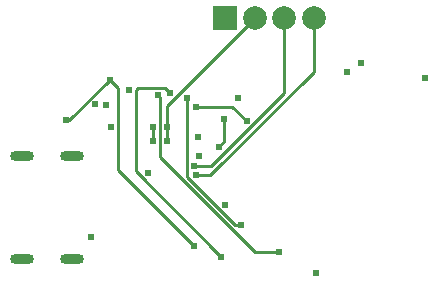
<source format=gbl>
G04 Layer: BottomLayer*
G04 EasyEDA v6.5.38, 2023-12-06 09:12:40*
G04 2fcdab7b901048e2a74d22cb32d7f605,cc522e7a65ad493f8bbdbc3af6dfe8a3,10*
G04 Gerber Generator version 0.2*
G04 Scale: 100 percent, Rotated: No, Reflected: No *
G04 Dimensions in millimeters *
G04 leading zeros omitted , absolute positions ,4 integer and 5 decimal *
%FSLAX45Y45*%
%MOMM*%

%ADD10C,0.2540*%
%ADD11C,2.0000*%
%ADD12R,2.0000X2.0000*%
%ADD13O,1.9999959999999999X0.8999982*%
%ADD14R,0.5000X0.5000*%
%ADD15C,0.6096*%
%ADD16C,0.6100*%

%LPD*%
D10*
X2580896Y4476622D02*
G01*
X2627632Y4523359D01*
X2627632Y4709693D01*
X2884909Y5562600D02*
G01*
X2142797Y4820488D01*
X2142797Y4644694D01*
X2142797Y4524705D02*
G01*
X2142797Y4644694D01*
X2022807Y4524705D02*
G01*
X2022807Y4644694D01*
X2308837Y4892852D02*
G01*
X2308837Y4222902D01*
X2717853Y3813886D01*
X2774241Y3813886D01*
X2066394Y4913172D02*
G01*
X2082802Y4896764D01*
X2082802Y4391279D01*
X2884832Y3589248D01*
X3089048Y3589248D01*
X1657504Y5043017D02*
G01*
X1313487Y4699000D01*
X1286258Y4699000D01*
X2373048Y3637178D02*
G01*
X1728066Y4282160D01*
X1728066Y4972456D01*
X1657504Y5043017D01*
X2387729Y4236567D02*
G01*
X2509217Y4236567D01*
X3384908Y5112257D01*
X3384908Y5562600D01*
X2390955Y4816119D02*
G01*
X2696847Y4816119D01*
X2817268Y4695697D01*
X2370228Y4313910D02*
G01*
X2519606Y4313910D01*
X3134895Y4929200D01*
X3134895Y5562600D01*
X2604569Y3544011D02*
G01*
X1881431Y4267149D01*
X1881431Y4960493D01*
X1897611Y4976672D01*
X2123975Y4976672D01*
X2167994Y4932654D01*
D11*
G01*
X3384905Y5562600D03*
G01*
X3134893Y5562600D03*
G01*
X2884906Y5562600D03*
D12*
G01*
X2634894Y5562600D03*
D13*
G01*
X1336217Y4394885D03*
G01*
X1336217Y3529914D03*
G01*
X918210Y3529914D03*
G01*
X918210Y4394885D03*
D14*
G01*
X4327601Y5060391D03*
D15*
G01*
X2142794Y4644694D03*
G01*
X2022805Y4644694D03*
G01*
X2022805Y4524705D03*
G01*
X2142794Y4524705D03*
D16*
G01*
X2580893Y4476622D03*
G01*
X2627629Y4709693D03*
G01*
X1669491Y4644897D03*
G01*
X3404184Y3410381D03*
G01*
X1822856Y4960391D03*
G01*
X2308834Y4892852D03*
G01*
X2774238Y3813886D03*
G01*
X2066391Y4913172D03*
G01*
X3089046Y3589248D03*
G01*
X1286255Y4699000D03*
G01*
X1496948Y3710025D03*
G01*
X2373045Y3637178D03*
G01*
X1657502Y5043017D03*
G01*
X2387727Y4236567D03*
G01*
X2408961Y4560392D03*
G01*
X2746324Y4890058D03*
G01*
X2633649Y3980916D03*
G01*
X2412314Y4394530D03*
G01*
X1979244Y4257598D03*
G01*
X1535658Y4835093D03*
G01*
X3790162Y5189601D03*
G01*
X2390952Y4816119D03*
G01*
X2817266Y4695697D03*
G01*
X3668268Y5106822D03*
G01*
X1625219Y4831562D03*
G01*
X2370226Y4313910D03*
G01*
X2604566Y3544011D03*
G01*
X2167991Y4932654D03*
M02*

</source>
